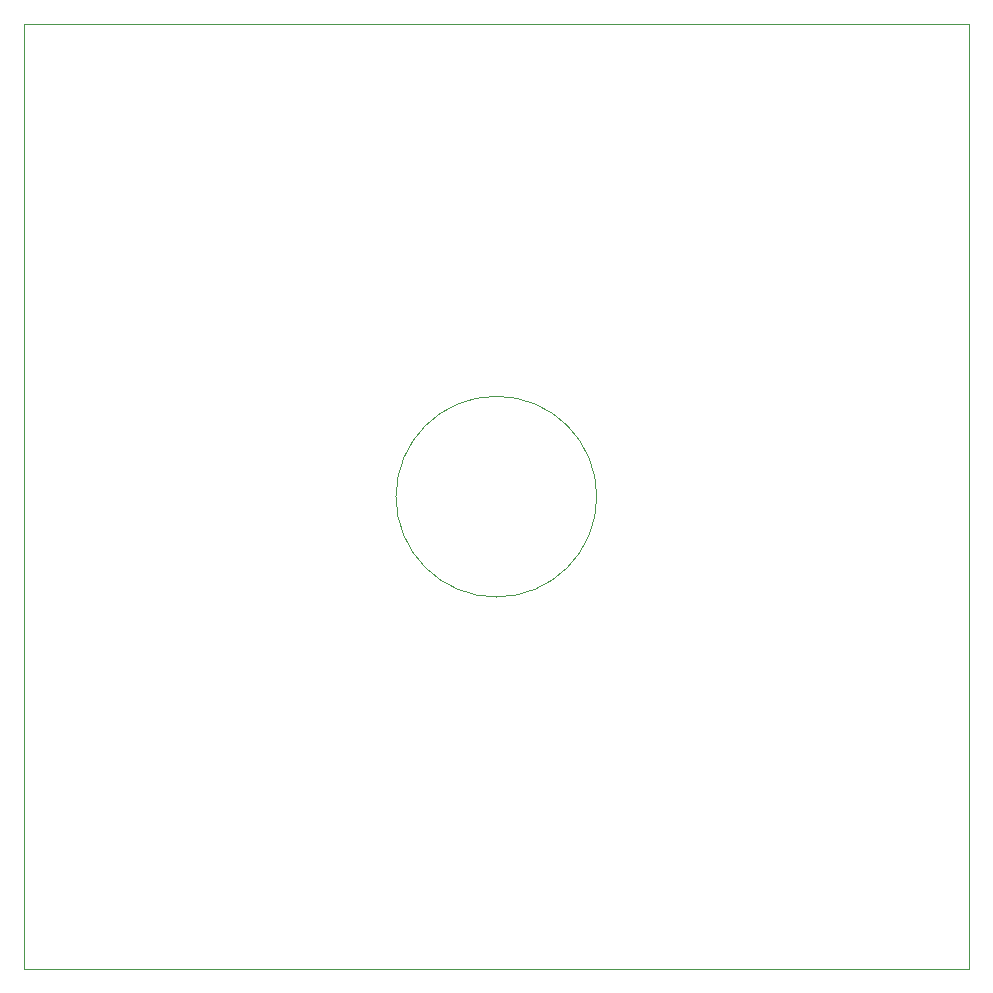
<source format=gm1>
G04 #@! TF.GenerationSoftware,KiCad,Pcbnew,8.0.4*
G04 #@! TF.CreationDate,2025-02-04T16:43:17-05:00*
G04 #@! TF.ProjectId,potencia_cubesat,706f7465-6e63-4696-915f-637562657361,rev?*
G04 #@! TF.SameCoordinates,Original*
G04 #@! TF.FileFunction,Profile,NP*
%FSLAX46Y46*%
G04 Gerber Fmt 4.6, Leading zero omitted, Abs format (unit mm)*
G04 Created by KiCad (PCBNEW 8.0.4) date 2025-02-04 16:43:17*
%MOMM*%
%LPD*%
G01*
G04 APERTURE LIST*
G04 #@! TA.AperFunction,Profile*
%ADD10C,0.050000*%
G04 #@! TD*
G04 APERTURE END LIST*
D10*
X500000Y80500000D02*
X80500000Y80500000D01*
X80500000Y500000D01*
X500000Y500000D01*
X500000Y80500000D01*
X49000000Y40500000D02*
G75*
G02*
X32000000Y40500000I-8500000J0D01*
G01*
X32000000Y40500000D02*
G75*
G02*
X49000000Y40500000I8500000J0D01*
G01*
M02*

</source>
